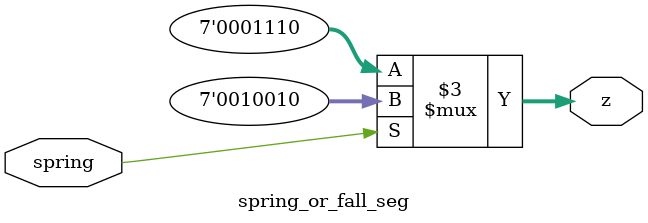
<source format=v>
`default_nettype none

`define ENABLE_HPS

module ghrd_top(


      ///////// ADC /////////
      inout              ADC_CS_N,
      output             ADC_DIN,
      input              ADC_DOUT,
      output             ADC_SCLK,

      ///////// AUD /////////
      input              AUD_ADCDAT,
      inout              AUD_ADCLRCK,
      inout              AUD_BCLK,
      output             AUD_DACDAT,
      inout              AUD_DACLRCK,
      output             AUD_XCK,

      ///////// CLOCK2 /////////
      input              CLOCK2_50,

      ///////// CLOCK3 /////////
      input              CLOCK3_50,

      ///////// CLOCK4 /////////
      input              CLOCK4_50,

      ///////// CLOCK /////////
      input              CLOCK_50,

      ///////// DRAM /////////
      output      [12:0] DRAM_ADDR,
      output      [1:0]  DRAM_BA,
      output             DRAM_CAS_N,
      output             DRAM_CKE,
      output             DRAM_CLK,
      output             DRAM_CS_N,
      inout       [15:0] DRAM_DQ,
      output             DRAM_LDQM,
      output             DRAM_RAS_N,
      output             DRAM_UDQM,
      output             DRAM_WE_N,

      ///////// FAN /////////
      output             FAN_CTRL,

      ///////// FPGA /////////
      output             FPGA_I2C_SCLK,
      inout              FPGA_I2C_SDAT,

      ///////// GPIO /////////
      inout     [35:0]         GPIO_0,
      inout     [35:0]         GPIO_1,


      ///////// HEX0 /////////
      output      [6:0]  HEX0,

      ///////// HEX1 /////////
      output      [6:0]  HEX1,

      ///////// HEX2 /////////
      output      [6:0]  HEX2,

      ///////// HEX3 /////////
      output      [6:0]  HEX3,

      ///////// HEX4 /////////
      output      [6:0]  HEX4,

      ///////// HEX5 /////////
      output      [6:0]  HEX5,

`ifdef ENABLE_HPS
      ///////// HPS /////////
      inout              HPS_CONV_USB_N,
      output      [14:0] HPS_DDR3_ADDR,
      output      [2:0]  HPS_DDR3_BA,
      output             HPS_DDR3_CAS_N,
      output             HPS_DDR3_CKE,
      output             HPS_DDR3_CK_N,
      output             HPS_DDR3_CK_P,
      output             HPS_DDR3_CS_N,
      output      [3:0]  HPS_DDR3_DM,
      inout       [31:0] HPS_DDR3_DQ,
      inout       [3:0]  HPS_DDR3_DQS_N,
      inout       [3:0]  HPS_DDR3_DQS_P,
      output             HPS_DDR3_ODT,
      output             HPS_DDR3_RAS_N,
      output             HPS_DDR3_RESET_N,
      input              HPS_DDR3_RZQ,
      output             HPS_DDR3_WE_N,
      output             HPS_ENET_GTX_CLK,
      inout              HPS_ENET_INT_N,
      output             HPS_ENET_MDC,
      inout              HPS_ENET_MDIO,
      input              HPS_ENET_RX_CLK,
      input       [3:0]  HPS_ENET_RX_DATA,
      input              HPS_ENET_RX_DV,
      output      [3:0]  HPS_ENET_TX_DATA,
      output             HPS_ENET_TX_EN,
      inout       [3:0]  HPS_FLASH_DATA,
      output             HPS_FLASH_DCLK,
      output             HPS_FLASH_NCSO,
      inout              HPS_GSENSOR_INT,
      inout              HPS_I2C1_SCLK,
      inout              HPS_I2C1_SDAT,
      inout              HPS_I2C2_SCLK,
      inout              HPS_I2C2_SDAT,
      inout              HPS_I2C_CONTROL,
      inout              HPS_KEY,
      inout              HPS_LED,
      inout              HPS_LTC_GPIO,
      output             HPS_SD_CLK,
      inout              HPS_SD_CMD,
      inout       [3:0]  HPS_SD_DATA,
      output             HPS_SPIM_CLK,
      input              HPS_SPIM_MISO,
      output             HPS_SPIM_MOSI,
      inout              HPS_SPIM_SS,
      input              HPS_UART_RX,
      output             HPS_UART_TX,
      input              HPS_USB_CLKOUT,
      inout       [7:0]  HPS_USB_DATA,
      input              HPS_USB_DIR,
      input              HPS_USB_NXT,
      output             HPS_USB_STP,
`endif /*ENABLE_HPS*/

      ///////// IRDA /////////
      input              IRDA_RXD,
      output             IRDA_TXD,

      ///////// KEY /////////
      input       [3:0]  KEY,

      ///////// LEDR /////////
      output      [9:0]  LEDR,

      ///////// PS2 /////////
      inout              PS2_CLK,
      inout              PS2_CLK2,
      inout              PS2_DAT,
      inout              PS2_DAT2,

      ///////// SW /////////
      input       [9:0]  SW,

      ///////// TD /////////
      input              TD_CLK27,
      input      [7:0]  TD_DATA,
      input             TD_HS,
      output             TD_RESET_N,
      input             TD_VS,


      ///////// VGA /////////
      output      [7:0]  VGA_B,
      output             VGA_BLANK_N,
      output             VGA_CLK,
      output      [7:0]  VGA_G,
      output             VGA_HS,
      output      [7:0]  VGA_R,
      output             VGA_SYNC_N,
      output             VGA_VS
);

//=======================================================
//  REG/WIRE declarations
//=======================================================
wire  hps_fpga_reset_n;
wire [3:0]  fpga_button_internal;
wire [9:0]  fpga_led_internal;
wire [9:0]  fpga_dipsw_internal;
wire [2:0]  hps_reset_req;
wire        hps_cold_reset;
wire        hps_warm_reset;
wire        hps_debug_reset;
wire [27:0] stm_hw_events;
wire        fpga_clk_50;
wire               clk_65;
wire               clk_130;
wire [7:0]         vid_r,vid_g,vid_b;
wire               vid_v_sync ;
wire               vid_h_sync ;
wire               vid_datavalid;

// connection of internal logics
// LEDR = fpga_led_internal;
assign LEDR[9:4] = 6'h0;

assign fpga_button_internal = KEY;
assign fpga_dipsw_internal = SW;
assign stm_hw_events    = {{4{1'b0}}, fpga_dipsw_internal, fpga_led_internal, fpga_button_internal};
assign fpga_clk_50 = CLOCK_50;

//=======================================================
//  Structural coding
//=======================================================
assign   VGA_BLANK_N          =     1'b1;
assign   VGA_SYNC_N           =     1'b0;
assign   VGA_CLK              =     clk_65;
assign  {VGA_B,VGA_G,VGA_R}   =     {vid_b,vid_g,vid_r};
assign   VGA_VS               =     vid_v_sync;
assign   VGA_HS               =     vid_h_sync;

vga_pll  vga_pll_inst(
			.refclk(CLOCK_50),   //  refclk.clk
		   .rst(1'b0),      //   reset.reset
		   .outclk_0(clk_65), // outclk0.clk
		   .outclk_1(clk_130), // outclk1.clk
		   .locked()    //  locked.export
);


//=====================================================================================//		
// ECE 453 START
//=====================================================================================

// ECE453 Module Connections
  wire [22:0] ece453_gpio_out_unused;
  wire [3:0] ece453_fsm_state;
  //wire [9:0] ece453_leds;
  
// i2c connection
  wire scl_o_e;
  wire scl_o;
  wire sda_o_e;
  wire sda_o; 
  
//ALT_IOBUF scl_iobuf (.i(1'b0), .oe(scl_o_e), .o(scl_o), .io(GPIO_1[0])); //declared bi-directional buffer for scl
//ALT_IOBUF sda_iobuf (.i(1'b0), .oe(sda_o_e), .o(sda_o), .io(GPIO_1[1])); //declared bi-directional buffer for sda

		//.ece453_0_switches					(SW),
		//.ece453_0_buttons						(KEY),
		//.ece453_0_lcd_cmd						(GPIO_1[17]),
		//.ece453_0_leds							(LEDR),
		//.ece453_0_ws2812b						(GPIO_1[1]),
		
//=====================================================================================//		
// ECE 453 END
//=====================================================================================
		
soc_system u0 (
		  .clk_clk                               (CLOCK_50),                             //                clk.clk
		  .reset_reset_n                         (hps_fpga_reset_n),                                 //                reset.reset_n
		  //HPS ddr3
		  .memory_mem_a                          ( HPS_DDR3_ADDR),                       //                memory.mem_a
        .memory_mem_ba                         ( HPS_DDR3_BA),                         //                .mem_ba
        .memory_mem_ck                         ( HPS_DDR3_CK_P),                       //                .mem_ck
        .memory_mem_ck_n                       ( HPS_DDR3_CK_N),                       //                .mem_ck_n
        .memory_mem_cke                        ( HPS_DDR3_CKE),                        //                .mem_cke
        .memory_mem_cs_n                       ( HPS_DDR3_CS_N),                       //                .mem_cs_n
        .memory_mem_ras_n                      ( HPS_DDR3_RAS_N),                      //                .mem_ras_n
        .memory_mem_cas_n                      ( HPS_DDR3_CAS_N),                      //                .mem_cas_n
        .memory_mem_we_n                       ( HPS_DDR3_WE_N),                       //                .mem_we_n
        .memory_mem_reset_n                    ( HPS_DDR3_RESET_N),                    //                .mem_reset_n
        .memory_mem_dq                         ( HPS_DDR3_DQ),                         //                .mem_dq
        .memory_mem_dqs                        ( HPS_DDR3_DQS_P),                      //                .mem_dqs
        .memory_mem_dqs_n                      ( HPS_DDR3_DQS_N),                      //                .mem_dqs_n
        .memory_mem_odt                        ( HPS_DDR3_ODT),                        //                .mem_odt
        .memory_mem_dm                         ( HPS_DDR3_DM),                         //                .mem_dm
        .memory_oct_rzqin                      ( HPS_DDR3_RZQ),                        //                .oct_rzqin
       //HPS ethernet
	     .hps_0_hps_io_hps_io_emac1_inst_TX_CLK ( HPS_ENET_GTX_CLK),       //                             hps_0_hps_io.hps_io_emac1_inst_TX_CLK
        .hps_0_hps_io_hps_io_emac1_inst_TXD0   ( HPS_ENET_TX_DATA[0] ),   //                             .hps_io_emac1_inst_TXD0
        .hps_0_hps_io_hps_io_emac1_inst_TXD1   ( HPS_ENET_TX_DATA[1] ),   //                             .hps_io_emac1_inst_TXD1
        .hps_0_hps_io_hps_io_emac1_inst_TXD2   ( HPS_ENET_TX_DATA[2] ),   //                             .hps_io_emac1_inst_TXD2
        .hps_0_hps_io_hps_io_emac1_inst_TXD3   ( HPS_ENET_TX_DATA[3] ),   //                             .hps_io_emac1_inst_TXD3
        .hps_0_hps_io_hps_io_emac1_inst_RXD0   ( HPS_ENET_RX_DATA[0] ),   //                             .hps_io_emac1_inst_RXD0
        .hps_0_hps_io_hps_io_emac1_inst_MDIO   ( HPS_ENET_MDIO ),         //                             .hps_io_emac1_inst_MDIO
        .hps_0_hps_io_hps_io_emac1_inst_MDC    ( HPS_ENET_MDC  ),         //                             .hps_io_emac1_inst_MDC
        .hps_0_hps_io_hps_io_emac1_inst_RX_CTL ( HPS_ENET_RX_DV),         //                             .hps_io_emac1_inst_RX_CTL
        .hps_0_hps_io_hps_io_emac1_inst_TX_CTL ( HPS_ENET_TX_EN),         //                             .hps_io_emac1_inst_TX_CTL
        .hps_0_hps_io_hps_io_emac1_inst_RX_CLK ( HPS_ENET_RX_CLK),        //                             .hps_io_emac1_inst_RX_CLK
        .hps_0_hps_io_hps_io_emac1_inst_RXD1   ( HPS_ENET_RX_DATA[1] ),   //                             .hps_io_emac1_inst_RXD1
        .hps_0_hps_io_hps_io_emac1_inst_RXD2   ( HPS_ENET_RX_DATA[2] ),   //                             .hps_io_emac1_inst_RXD2
        .hps_0_hps_io_hps_io_emac1_inst_RXD3   ( HPS_ENET_RX_DATA[3] ),   //                             .hps_io_emac1_inst_RXD3
       //HPS QSPI
		  .hps_0_hps_io_hps_io_qspi_inst_IO0     ( HPS_FLASH_DATA[0]    ),     //                               .hps_io_qspi_inst_IO0
        .hps_0_hps_io_hps_io_qspi_inst_IO1     ( HPS_FLASH_DATA[1]    ),     //                               .hps_io_qspi_inst_IO1
        .hps_0_hps_io_hps_io_qspi_inst_IO2     ( HPS_FLASH_DATA[2]    ),     //                               .hps_io_qspi_inst_IO2
        .hps_0_hps_io_hps_io_qspi_inst_IO3     ( HPS_FLASH_DATA[3]    ),     //                               .hps_io_qspi_inst_IO3
        .hps_0_hps_io_hps_io_qspi_inst_SS0     ( HPS_FLASH_NCSO    ),        //                               .hps_io_qspi_inst_SS0
        .hps_0_hps_io_hps_io_qspi_inst_CLK     ( HPS_FLASH_DCLK    ),        //                               .hps_io_qspi_inst_CLK
       //HPS SD card
		  .hps_0_hps_io_hps_io_sdio_inst_CMD     ( HPS_SD_CMD    ),           //                               .hps_io_sdio_inst_CMD
        .hps_0_hps_io_hps_io_sdio_inst_D0      ( HPS_SD_DATA[0]     ),      //                               .hps_io_sdio_inst_D0
        .hps_0_hps_io_hps_io_sdio_inst_D1      ( HPS_SD_DATA[1]     ),      //                               .hps_io_sdio_inst_D1
        .hps_0_hps_io_hps_io_sdio_inst_CLK     ( HPS_SD_CLK   ),            //                               .hps_io_sdio_inst_CLK
        .hps_0_hps_io_hps_io_sdio_inst_D2      ( HPS_SD_DATA[2]     ),      //                               .hps_io_sdio_inst_D2
        .hps_0_hps_io_hps_io_sdio_inst_D3      ( HPS_SD_DATA[3]     ),      //                               .hps_io_sdio_inst_D3
       //HPS USB
		  .hps_0_hps_io_hps_io_usb1_inst_D0      ( HPS_USB_DATA[0]    ),      //                               .hps_io_usb1_inst_D0
        .hps_0_hps_io_hps_io_usb1_inst_D1      ( HPS_USB_DATA[1]    ),      //                               .hps_io_usb1_inst_D1
        .hps_0_hps_io_hps_io_usb1_inst_D2      ( HPS_USB_DATA[2]    ),      //                               .hps_io_usb1_inst_D2
        .hps_0_hps_io_hps_io_usb1_inst_D3      ( HPS_USB_DATA[3]    ),      //                               .hps_io_usb1_inst_D3
        .hps_0_hps_io_hps_io_usb1_inst_D4      ( HPS_USB_DATA[4]    ),      //                               .hps_io_usb1_inst_D4
        .hps_0_hps_io_hps_io_usb1_inst_D5      ( HPS_USB_DATA[5]    ),      //                               .hps_io_usb1_inst_D5
        .hps_0_hps_io_hps_io_usb1_inst_D6      ( HPS_USB_DATA[6]    ),      //                               .hps_io_usb1_inst_D6
        .hps_0_hps_io_hps_io_usb1_inst_D7      ( HPS_USB_DATA[7]    ),      //                               .hps_io_usb1_inst_D7
        .hps_0_hps_io_hps_io_usb1_inst_CLK     ( HPS_USB_CLKOUT    ),       //                               .hps_io_usb1_inst_CLK
        .hps_0_hps_io_hps_io_usb1_inst_STP     ( HPS_USB_STP    ),          //                               .hps_io_usb1_inst_STP
        .hps_0_hps_io_hps_io_usb1_inst_DIR     ( HPS_USB_DIR    ),          //                               .hps_io_usb1_inst_DIR
        .hps_0_hps_io_hps_io_usb1_inst_NXT     ( HPS_USB_NXT    ),          //                               .hps_io_usb1_inst_NXT
       //HPS SPI
		  .hps_0_hps_io_hps_io_spim1_inst_CLK    ( HPS_SPIM_CLK  ),           //                               .hps_io_spim1_inst_CLK
        .hps_0_hps_io_hps_io_spim1_inst_MOSI   ( HPS_SPIM_MOSI ),           //                               .hps_io_spim1_inst_MOSI
        .hps_0_hps_io_hps_io_spim1_inst_MISO   ( HPS_SPIM_MISO ),           //                               .hps_io_spim1_inst_MISO
        .hps_0_hps_io_hps_io_spim1_inst_SS0    ( HPS_SPIM_SS ),             //                               .hps_io_spim1_inst_SS0
      //HPS UART
		  .hps_0_hps_io_hps_io_uart0_inst_RX     ( HPS_UART_RX    ),          //                               .hps_io_uart0_inst_RX
        .hps_0_hps_io_hps_io_uart0_inst_TX     ( HPS_UART_TX    ),          //                               .hps_io_uart0_inst_TX
		//HPS I2C1
		  .hps_0_hps_io_hps_io_i2c0_inst_SDA     ( HPS_I2C1_SDAT    ),        //                               .hps_io_i2c0_inst_SDA
        .hps_0_hps_io_hps_io_i2c0_inst_SCL     ( HPS_I2C1_SCLK    ),        //                               .hps_io_i2c0_inst_SCL
		//HPS I2C2
		  .hps_0_hps_io_hps_io_i2c1_inst_SDA     ( HPS_I2C2_SDAT    ),        //                               .hps_io_i2c1_inst_SDA
        .hps_0_hps_io_hps_io_i2c1_inst_SCL     ( HPS_I2C2_SCLK    ),        //                               .hps_io_i2c1_inst_SCL
      //HPS GPIO
		  .hps_0_hps_io_hps_io_gpio_inst_GPIO09  ( HPS_CONV_USB_N),           //                               .hps_io_gpio_inst_GPIO09
        .hps_0_hps_io_hps_io_gpio_inst_GPIO35  ( HPS_ENET_INT_N),           //                               .hps_io_gpio_inst_GPIO35
        .hps_0_hps_io_hps_io_gpio_inst_GPIO40  ( HPS_LTC_GPIO),              //                               .hps_io_gpio_inst_GPIO40
        //.hps_0_hps_io_hps_io_gpio_inst_GPIO41  ( HPS_GPIO[1]),              //                               .hps_io_gpio_inst_GPIO41
        .hps_0_hps_io_hps_io_gpio_inst_GPIO48  ( HPS_I2C_CONTROL),          //                               .hps_io_gpio_inst_GPIO48
        .hps_0_hps_io_hps_io_gpio_inst_GPIO53  ( HPS_LED),                  //                               .hps_io_gpio_inst_GPIO53
        .hps_0_hps_io_hps_io_gpio_inst_GPIO54  ( HPS_KEY),                  //                               .hps_io_gpio_inst_GPIO54
        .hps_0_hps_io_hps_io_gpio_inst_GPIO61  ( HPS_GSENSOR_INT),          //                               .hps_io_gpio_inst_GPIO61
				//HPS reset output
	  //.led_pio_external_connection_export    ( fpga_led_internal 	),    //    led_pio_external_connection.export
	  //.dipsw_pio_external_connection_export  ( fpga_dipsw_internal	),  //  dipsw_pio_external_connection.export
	  //.button_pio_external_connection_export ( fpga_button_internal	), // button_pio_external_connection.export
	  .hps_0_h2f_reset_reset_n               ( hps_fpga_reset_n ),                //                hps_0_h2f_reset.reset_n
	  .hps_0_f2h_cold_reset_req_reset_n      (~hps_cold_reset ),      //       hps_0_f2h_cold_reset_req.reset_n
     .hps_0_f2h_debug_reset_req_reset_n     (~hps_debug_reset ),     //      hps_0_f2h_debug_reset_req.reset_n
     .hps_0_f2h_stm_hw_events_stm_hwevents  (stm_hw_events ),  //        hps_0_f2h_stm_hw_events.stm_hwevents
     .hps_0_f2h_warm_reset_req_reset_n      (~hps_warm_reset ),      //       hps_0_f2h_warm_reset_req.reset_n

		  ////itc
          .alt_vip_itc_0_clocked_video_vid_clk         (~clk_65),         					 	 // alt_vip_itc_0_clocked_video.vid_clk
        .alt_vip_itc_0_clocked_video_vid_data        ({vid_r,vid_g,vid_b}),        		 //                .vid_data
        .alt_vip_itc_0_clocked_video_underflow       (),                           		 //                .underflow
        .alt_vip_itc_0_clocked_video_vid_datavalid   (vid_datavalid),                   //                .vid_datavalid
        .alt_vip_itc_0_clocked_video_vid_v_sync      (vid_v_sync),      					 //                .vid_v_sync
        .alt_vip_itc_0_clocked_video_vid_h_sync      (vid_h_sync),      					 //                .vid_h_sync
        .alt_vip_itc_0_clocked_video_vid_f           (),           							 //                .vid_f
        .alt_vip_itc_0_clocked_video_vid_h           (),           							 //                .vid_h
        .alt_vip_itc_0_clocked_video_vid_v           (),
        .clk_130_clk                                 (clk_130),
		  
		//=====================================================================================//		
		// ECE 453 START
		//=====================================================================================//
		
		// SPI Interface
	  .hps_0_spim0_txd                                   (),//GPIO_1[4])
	  .hps_0_spim0_rxd                                   (),//GPIO_1[5])
	  .hps_0_spim0_ss_in_n                               (1'b1),
	  .hps_0_spim0_ssi_oe_n                              (1'b0),
	  .hps_0_spim0_ss_0_n                                (),
	  .hps_0_spim0_ss_1_n                                (),
	  .hps_0_spim0_ss_2_n                                (),
	  .hps_0_spim0_ss_3_n                                (),
	  .hps_0_spim0_sclk_out_clk                          (), //GPIO_1[2]
	  
	  // I2C 
		.hps_0_i2c2_out_data				   (sda_o_e),                  
		.hps_0_i2c2_sda						(sda_o),                    
		.hps_0_i2c2_clk_clk					(scl_o_e),						  
		.hps_0_i2c2_scl_in_clk				(scl_o),	
		
		.ece453_0_gpio_in_export					({GPIO_1[29], GPIO_1[35], GPIO_1[33], 25'h0, KEY}),
		.ece453_0_gpio_out_export            ({GPIO_1[34],GPIO_1[32],GPIO_1[31:30],1'b0, GPIO_1[28:2]}) //({GPIO_1[34],GPIO_1[32],GPIO_1[31:30], 1'b0,GPIO_1[28:2]}) KEEP


		
		  //=====================================================================================//		
		// ECE 453 END
		//=====================================================================================//		
    );
/*hex_to_7_seg hex5_logic
(
	.x({2'b0,GPIO_1[32:31]}),
	.z(HEX5)
);
hex_to_7_seg hex4_logic
(
	.x({GPIO_1[30], GPIO_1[28:26]}),
	.z(HEX4)
);
hex_to_7_seg hex3_logic
(
	.x({2'b0,GPIO_1[25:24]}),
	.z(HEX3)
);
hex_to_7_seg hex2_logic
(
	.x({GPIO_1[23:20]}),
	.z(HEX2)
);
hex_to_7_seg hex1_logic
(
	.x({2'b0,GPIO_1[19:18]}),
	.z(HEX1)
);
hex_to_7_seg hex0_logic
(
	.x({GPIO_1[17:16], GPIO_1[14], GPIO_1[12]}),
	.z(HEX0)
);*/
hex_to_7_seg hex5_logic
(
	.x({2'b0, GPIO_1[32:31]}),
	.z(HEX5)
);
hex_to_7_seg hex4_logic
(
	.x({GPIO_1[30],GPIO_1[28:26]}),
	.z(HEX4)
);
hex_to_7_seg hex3_logic
(
	.x(GPIO_1[25:22]),
	.z(HEX3)
);
dec_to_7_seg combo_logic
(.x({GPIO_1[32:30],GPIO_1[28:23]}),
.z({HEX2, HEX1})
);

hex_to_7_seg hex0_logic
(
	.x(GPIO_1[22:19]),
	.z(HEX0)
);

// Source/Probe megawizard instance
hps_reset hps_reset_inst (
  .source_clk (fpga_clk_50),
  .source     (hps_reset_req)
);

altera_edge_detector pulse_cold_reset (
  .clk       (fpga_clk_50),
  .rst_n     (hps_fpga_reset_n),
  .signal_in (hps_reset_req[0]),
  .pulse_out (hps_cold_reset)
);
  defparam pulse_cold_reset.PULSE_EXT = 6;
  defparam pulse_cold_reset.EDGE_TYPE = 1;
  defparam pulse_cold_reset.IGNORE_RST_WHILE_BUSY = 1;

altera_edge_detector pulse_warm_reset (
  .clk       (fpga_clk_50),
  .rst_n     (hps_fpga_reset_n),
  .signal_in (hps_reset_req[1]),
  .pulse_out (hps_warm_reset)
);
  defparam pulse_warm_reset.PULSE_EXT = 2;
  defparam pulse_warm_reset.EDGE_TYPE = 1;
  defparam pulse_warm_reset.IGNORE_RST_WHILE_BUSY = 1;

altera_edge_detector pulse_debug_reset (
  .clk       (fpga_clk_50),
  .rst_n     (hps_fpga_reset_n),
  .signal_in (hps_reset_req[2]),
  .pulse_out (hps_debug_reset)
);
  defparam pulse_debug_reset.PULSE_EXT = 32;
  defparam pulse_debug_reset.EDGE_TYPE = 1;
  defparam pulse_debug_reset.IGNORE_RST_WHILE_BUSY = 1;


endmodule

module dec_to_7_seg(
	input [8:0]x,
	output [13:0]z
);
wire [8:0] inter, oneDig;
assign inter = (x > 9'b011011101) ? 9'b011011101:
						(x > 9'b010010010) ? 9'b010010010:
						(x > 9'b01000111) ? 9'b01000111:
						9'b0;
						
assign z[13:7] = (x > 9'b011011101) ? 7'b0110000: //3
						(x > 9'b010010010) ? 7'b0100100: //2
						(x > 9'b01000111) ? 7'b1111001: //1
						7'b1000000; //0
assign oneDig = x - inter;

assign z[6:0]  = (oneDig > 9'b0111111) ? 7'b0010000: //9
(oneDig > 9'b0111000) ? 7'b0000000://8
(oneDig > 9'b0110000) ? 7'b1111000://7
(oneDig > 9'b0101001) ? 7'b0000010://6
(oneDig > 9'b0100001) ? 7'b0010010://5
(oneDig > 9'b011010) ? 7'b0011001://4
(oneDig > 9'b010010) ? 7'b0110000://3
(oneDig > 9'b01011) ? 7'b0100100://2
(oneDig > 9'b011) ? 7'b1111001://1
7'b1000000; //0

endmodule

module hex_to_7_seg(
    input  [3:0]x,
    output reg [6:0]z
    );
always @ (*)
	begin
		case (x)
			4'b0000 :      	//Hexadecimal 0
			z = 7'b1000000;
			4'b0001 :    		//Hexadecimal 1
			z = 7'b1111001  ;
			4'b0010 :  		// Hexadecimal 2
			z = 7'b0100100 ;
			4'b0011 : 		// Hexadecimal 3
			z = 7'b0110000 ;
			4'b0100 :		// Hexadecimal 4
			z = 7'b0011001 ;
			4'b0101 :		// Hexadecimal 5
			z = 7'b0010010 ;    
			4'b0110 :		// Hexadecimal 6
			z = 7'b0000010 ;
			4'b0111 :		// Hexadecimal 7
			z = 7'b1111000;
			4'b1000 :     		 //Hexadecimal 8
			z = 7'b0000000;
			4'b1001 :    		//Hexadecimal 9
			z = 7'b0010000 ;
			4'b1010 :  		// Hexadecimal A
			z = 7'b1000110  ; 
			4'b1011 : 		// Hexadecimal B
			z = 7'b0000011;
			4'b1100 :		// Hexadecimal C
			z = 7'b0001000;
			4'b1101 :		// Hexadecimal D
			z = 7'b0100001 ;
			4'b1110 :		// Hexadecimal E
			z = 7'b0000110 ;
			4'b1111 :		// Hexadecimal F
			z = 7'b0001100 ;
		endcase
	end
 
endmodule

module spring_or_fall_seg(
    input  spring,
    output reg [6:0]z
    );
	
	always @ (*)
	begin
		if(spring)
		begin
			z = 7'b0010010;
		end
		else
		begin
			z = 7'b0001110;
		end
	end
 
endmodule


</source>
